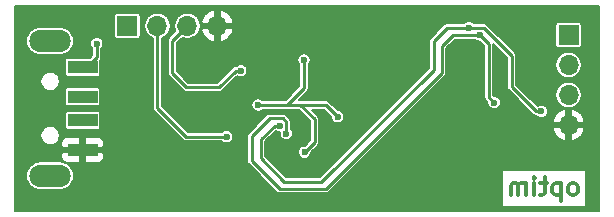
<source format=gbl>
G04 #@! TF.GenerationSoftware,KiCad,Pcbnew,(5.1.5)-3*
G04 #@! TF.CreationDate,2021-06-16T23:05:42+07:00*
G04 #@! TF.ProjectId,meteo_mini,6d657465-6f5f-46d6-996e-692e6b696361,rev?*
G04 #@! TF.SameCoordinates,Original*
G04 #@! TF.FileFunction,Copper,L2,Bot*
G04 #@! TF.FilePolarity,Positive*
%FSLAX46Y46*%
G04 Gerber Fmt 4.6, Leading zero omitted, Abs format (unit mm)*
G04 Created by KiCad (PCBNEW (5.1.5)-3) date 2021-06-16 23:05:42*
%MOMM*%
%LPD*%
G04 APERTURE LIST*
%ADD10C,0.300000*%
%ADD11O,1.700000X1.700000*%
%ADD12R,1.700000X1.700000*%
%ADD13R,2.500000X1.100000*%
%ADD14O,3.500000X1.900000*%
%ADD15C,0.600000*%
%ADD16C,0.254000*%
%ADD17C,0.508000*%
%ADD18C,0.127000*%
G04 APERTURE END LIST*
D10*
X128271428Y-48828571D02*
X128414285Y-48757142D01*
X128485714Y-48685714D01*
X128557142Y-48542857D01*
X128557142Y-48114285D01*
X128485714Y-47971428D01*
X128414285Y-47900000D01*
X128271428Y-47828571D01*
X128057142Y-47828571D01*
X127914285Y-47900000D01*
X127842857Y-47971428D01*
X127771428Y-48114285D01*
X127771428Y-48542857D01*
X127842857Y-48685714D01*
X127914285Y-48757142D01*
X128057142Y-48828571D01*
X128271428Y-48828571D01*
X127128571Y-47828571D02*
X127128571Y-49328571D01*
X127128571Y-47900000D02*
X126985714Y-47828571D01*
X126700000Y-47828571D01*
X126557142Y-47900000D01*
X126485714Y-47971428D01*
X126414285Y-48114285D01*
X126414285Y-48542857D01*
X126485714Y-48685714D01*
X126557142Y-48757142D01*
X126700000Y-48828571D01*
X126985714Y-48828571D01*
X127128571Y-48757142D01*
X125985714Y-47828571D02*
X125414285Y-47828571D01*
X125771428Y-47328571D02*
X125771428Y-48614285D01*
X125699999Y-48757142D01*
X125557142Y-48828571D01*
X125414285Y-48828571D01*
X124914285Y-48828571D02*
X124914285Y-47828571D01*
X124914285Y-47328571D02*
X124985714Y-47400000D01*
X124914285Y-47471428D01*
X124842857Y-47400000D01*
X124914285Y-47328571D01*
X124914285Y-47471428D01*
X124199999Y-48828571D02*
X124199999Y-47828571D01*
X124199999Y-47971428D02*
X124128571Y-47900000D01*
X123985714Y-47828571D01*
X123771428Y-47828571D01*
X123628571Y-47900000D01*
X123557142Y-48042857D01*
X123557142Y-48828571D01*
X123557142Y-48042857D02*
X123485714Y-47900000D01*
X123342857Y-47828571D01*
X123128571Y-47828571D01*
X122985714Y-47900000D01*
X122914285Y-48042857D01*
X122914285Y-48828571D01*
D11*
X127800000Y-42900000D03*
X127800000Y-40360000D03*
X127800000Y-37820000D03*
D12*
X127800000Y-35280000D03*
X90450000Y-34500000D03*
D11*
X92990000Y-34500000D03*
X95530000Y-34500000D03*
X98070000Y-34500000D03*
D13*
X86650000Y-40500000D03*
X86650000Y-42500000D03*
X86650000Y-38000000D03*
X86650000Y-45000000D03*
D14*
X83900000Y-35800000D03*
X83900000Y-47200000D03*
D15*
X122750000Y-33750000D03*
X93350000Y-45500000D03*
X111250000Y-41200000D03*
X105450000Y-45200000D03*
X105400000Y-37400000D03*
X108250000Y-42200000D03*
X101500000Y-41200000D03*
X121500000Y-41000000D03*
X103900000Y-43625000D03*
X120275000Y-35275000D03*
X125500000Y-41750000D03*
X103350000Y-42950000D03*
X119350000Y-34650000D03*
X98850000Y-43900000D03*
X100050000Y-38300000D03*
X87850000Y-36000000D03*
D16*
X101500000Y-41200000D02*
X104000000Y-41200000D01*
X104000000Y-41200000D02*
X105400000Y-39800000D01*
X105400000Y-39800000D02*
X105400000Y-37400000D01*
X104000000Y-41200000D02*
X105100000Y-41200000D01*
X105100000Y-41200000D02*
X106300000Y-42400000D01*
X106300000Y-44350000D02*
X105450000Y-45200000D01*
X106300000Y-42400000D02*
X106300000Y-44350000D01*
X107250000Y-41200000D02*
X108250000Y-42200000D01*
X105100000Y-41200000D02*
X107250000Y-41200000D01*
X117075000Y-38475000D02*
X117075000Y-36250000D01*
X107250000Y-48300000D02*
X117075000Y-38475000D01*
X118050000Y-35275000D02*
X120275000Y-35275000D01*
X103350000Y-48300000D02*
X107250000Y-48300000D01*
X100975000Y-45925000D02*
X103350000Y-48300000D01*
X103900000Y-42625000D02*
X103600000Y-42325000D01*
X117075000Y-36250000D02*
X118050000Y-35275000D01*
X103900000Y-43625000D02*
X103900000Y-42625000D01*
X100975000Y-43850000D02*
X100975000Y-45925000D01*
X102500000Y-42325000D02*
X100975000Y-43850000D01*
X103600000Y-42325000D02*
X102500000Y-42325000D01*
X120275000Y-35275000D02*
X120425000Y-35275000D01*
X121050000Y-40550000D02*
X121050000Y-36050000D01*
X120275000Y-35275000D02*
X121050000Y-36050000D01*
X121050000Y-40550000D02*
X121500000Y-41000000D01*
X119350000Y-34650000D02*
X117550000Y-34650000D01*
X117550000Y-34650000D02*
X116400000Y-35800000D01*
X116400000Y-35800000D02*
X116400000Y-38200000D01*
X116400000Y-38200000D02*
X116375000Y-38200000D01*
X120600000Y-34650000D02*
X119350000Y-34650000D01*
X122990000Y-37040000D02*
X120600000Y-34650000D01*
X122990000Y-39664264D02*
X122990000Y-37040000D01*
X125075736Y-41750000D02*
X122990000Y-39664264D01*
X125500000Y-41750000D02*
X125075736Y-41750000D01*
X106875000Y-47700000D02*
X116400000Y-38200000D01*
X102925736Y-42950000D02*
X101750000Y-44125736D01*
X103350000Y-42950000D02*
X102925736Y-42950000D01*
X101750000Y-44125736D02*
X101750000Y-45725000D01*
X101750000Y-45725000D02*
X103725000Y-47700000D01*
X103725000Y-47700000D02*
X106875000Y-47700000D01*
X92990000Y-41440000D02*
X92990000Y-34500000D01*
X98850000Y-43900000D02*
X95450000Y-43900000D01*
X95450000Y-43900000D02*
X92990000Y-41440000D01*
X94250000Y-35780000D02*
X95530000Y-34500000D01*
X99625736Y-38300000D02*
X98225736Y-39700000D01*
X100050000Y-38300000D02*
X99625736Y-38300000D01*
X98225736Y-39700000D02*
X95450000Y-39700000D01*
X95450000Y-39700000D02*
X94250000Y-38500000D01*
X94250000Y-38500000D02*
X94250000Y-35780000D01*
D17*
X85650000Y-38000000D02*
X87400000Y-38000000D01*
X87400000Y-38000000D02*
X87408000Y-38000000D01*
D16*
X86650000Y-38000000D02*
X87000000Y-38000000D01*
X87850000Y-37150000D02*
X87850000Y-36000000D01*
X87000000Y-38000000D02*
X87850000Y-37150000D01*
D18*
G36*
X130336501Y-50186500D02*
G01*
X80963500Y-50186500D01*
X80963500Y-47200000D01*
X81880629Y-47200000D01*
X81904059Y-47437887D01*
X81973448Y-47666633D01*
X82086130Y-47877446D01*
X82237774Y-48062226D01*
X82422554Y-48213870D01*
X82633367Y-48326552D01*
X82862113Y-48395941D01*
X83040391Y-48413500D01*
X84759609Y-48413500D01*
X84937887Y-48395941D01*
X85166633Y-48326552D01*
X85377446Y-48213870D01*
X85562226Y-48062226D01*
X85713870Y-47877446D01*
X85826552Y-47666633D01*
X85895941Y-47437887D01*
X85919371Y-47200000D01*
X85895941Y-46962113D01*
X85826552Y-46733367D01*
X85713870Y-46522554D01*
X85562226Y-46337774D01*
X85377446Y-46186130D01*
X85166633Y-46073448D01*
X84937887Y-46004059D01*
X84759609Y-45986500D01*
X83040391Y-45986500D01*
X82862113Y-46004059D01*
X82633367Y-46073448D01*
X82422554Y-46186130D01*
X82237774Y-46337774D01*
X82086130Y-46522554D01*
X81973448Y-46733367D01*
X81904059Y-46962113D01*
X81880629Y-47200000D01*
X80963500Y-47200000D01*
X80963500Y-45550000D01*
X84825735Y-45550000D01*
X84836769Y-45662034D01*
X84869448Y-45769762D01*
X84922516Y-45869045D01*
X84993933Y-45956067D01*
X85080955Y-46027484D01*
X85180238Y-46080552D01*
X85287966Y-46113231D01*
X85400000Y-46124265D01*
X86316625Y-46121500D01*
X86459500Y-45978625D01*
X86459500Y-45190500D01*
X86840500Y-45190500D01*
X86840500Y-45978625D01*
X86983375Y-46121500D01*
X87900000Y-46124265D01*
X88012034Y-46113231D01*
X88119762Y-46080552D01*
X88219045Y-46027484D01*
X88306067Y-45956067D01*
X88377484Y-45869045D01*
X88430552Y-45769762D01*
X88463231Y-45662034D01*
X88474265Y-45550000D01*
X88471500Y-45333375D01*
X88328625Y-45190500D01*
X86840500Y-45190500D01*
X86459500Y-45190500D01*
X84971375Y-45190500D01*
X84828500Y-45333375D01*
X84825735Y-45550000D01*
X80963500Y-45550000D01*
X80963500Y-43719877D01*
X83086500Y-43719877D01*
X83086500Y-43880123D01*
X83117763Y-44037289D01*
X83179086Y-44185337D01*
X83268113Y-44318576D01*
X83381424Y-44431887D01*
X83514663Y-44520914D01*
X83662711Y-44582237D01*
X83819877Y-44613500D01*
X83980123Y-44613500D01*
X84137289Y-44582237D01*
X84285337Y-44520914D01*
X84391467Y-44450000D01*
X84825735Y-44450000D01*
X84828500Y-44666625D01*
X84971375Y-44809500D01*
X86459500Y-44809500D01*
X86459500Y-44021375D01*
X86840500Y-44021375D01*
X86840500Y-44809500D01*
X88328625Y-44809500D01*
X88471500Y-44666625D01*
X88474265Y-44450000D01*
X88463231Y-44337966D01*
X88430552Y-44230238D01*
X88377484Y-44130955D01*
X88306067Y-44043933D01*
X88219045Y-43972516D01*
X88119762Y-43919448D01*
X88012034Y-43886769D01*
X87900000Y-43875735D01*
X86983375Y-43878500D01*
X86840500Y-44021375D01*
X86459500Y-44021375D01*
X86316625Y-43878500D01*
X85400000Y-43875735D01*
X85287966Y-43886769D01*
X85180238Y-43919448D01*
X85080955Y-43972516D01*
X84993933Y-44043933D01*
X84922516Y-44130955D01*
X84869448Y-44230238D01*
X84836769Y-44337966D01*
X84825735Y-44450000D01*
X84391467Y-44450000D01*
X84418576Y-44431887D01*
X84531887Y-44318576D01*
X84620914Y-44185337D01*
X84682237Y-44037289D01*
X84713500Y-43880123D01*
X84713500Y-43719877D01*
X84682237Y-43562711D01*
X84620914Y-43414663D01*
X84531887Y-43281424D01*
X84418576Y-43168113D01*
X84285337Y-43079086D01*
X84137289Y-43017763D01*
X83980123Y-42986500D01*
X83819877Y-42986500D01*
X83662711Y-43017763D01*
X83514663Y-43079086D01*
X83381424Y-43168113D01*
X83268113Y-43281424D01*
X83179086Y-43414663D01*
X83117763Y-43562711D01*
X83086500Y-43719877D01*
X80963500Y-43719877D01*
X80963500Y-41950000D01*
X85135226Y-41950000D01*
X85135226Y-43050000D01*
X85140314Y-43101655D01*
X85155381Y-43151325D01*
X85179848Y-43197101D01*
X85212777Y-43237223D01*
X85252899Y-43270152D01*
X85298675Y-43294619D01*
X85348345Y-43309686D01*
X85400000Y-43314774D01*
X87900000Y-43314774D01*
X87951655Y-43309686D01*
X88001325Y-43294619D01*
X88047101Y-43270152D01*
X88087223Y-43237223D01*
X88120152Y-43197101D01*
X88144619Y-43151325D01*
X88159686Y-43101655D01*
X88164774Y-43050000D01*
X88164774Y-41950000D01*
X88159686Y-41898345D01*
X88144619Y-41848675D01*
X88120152Y-41802899D01*
X88087223Y-41762777D01*
X88047101Y-41729848D01*
X88001325Y-41705381D01*
X87951655Y-41690314D01*
X87900000Y-41685226D01*
X85400000Y-41685226D01*
X85348345Y-41690314D01*
X85298675Y-41705381D01*
X85252899Y-41729848D01*
X85212777Y-41762777D01*
X85179848Y-41802899D01*
X85155381Y-41848675D01*
X85140314Y-41898345D01*
X85135226Y-41950000D01*
X80963500Y-41950000D01*
X80963500Y-39119877D01*
X83086500Y-39119877D01*
X83086500Y-39280123D01*
X83117763Y-39437289D01*
X83179086Y-39585337D01*
X83268113Y-39718576D01*
X83381424Y-39831887D01*
X83514663Y-39920914D01*
X83662711Y-39982237D01*
X83819877Y-40013500D01*
X83980123Y-40013500D01*
X84137289Y-39982237D01*
X84215116Y-39950000D01*
X85135226Y-39950000D01*
X85135226Y-41050000D01*
X85140314Y-41101655D01*
X85155381Y-41151325D01*
X85179848Y-41197101D01*
X85212777Y-41237223D01*
X85252899Y-41270152D01*
X85298675Y-41294619D01*
X85348345Y-41309686D01*
X85400000Y-41314774D01*
X87900000Y-41314774D01*
X87951655Y-41309686D01*
X88001325Y-41294619D01*
X88047101Y-41270152D01*
X88087223Y-41237223D01*
X88120152Y-41197101D01*
X88144619Y-41151325D01*
X88159686Y-41101655D01*
X88164774Y-41050000D01*
X88164774Y-39950000D01*
X88159686Y-39898345D01*
X88144619Y-39848675D01*
X88120152Y-39802899D01*
X88087223Y-39762777D01*
X88047101Y-39729848D01*
X88001325Y-39705381D01*
X87951655Y-39690314D01*
X87900000Y-39685226D01*
X85400000Y-39685226D01*
X85348345Y-39690314D01*
X85298675Y-39705381D01*
X85252899Y-39729848D01*
X85212777Y-39762777D01*
X85179848Y-39802899D01*
X85155381Y-39848675D01*
X85140314Y-39898345D01*
X85135226Y-39950000D01*
X84215116Y-39950000D01*
X84285337Y-39920914D01*
X84418576Y-39831887D01*
X84531887Y-39718576D01*
X84620914Y-39585337D01*
X84682237Y-39437289D01*
X84713500Y-39280123D01*
X84713500Y-39119877D01*
X84682237Y-38962711D01*
X84620914Y-38814663D01*
X84531887Y-38681424D01*
X84418576Y-38568113D01*
X84285337Y-38479086D01*
X84137289Y-38417763D01*
X83980123Y-38386500D01*
X83819877Y-38386500D01*
X83662711Y-38417763D01*
X83514663Y-38479086D01*
X83381424Y-38568113D01*
X83268113Y-38681424D01*
X83179086Y-38814663D01*
X83117763Y-38962711D01*
X83086500Y-39119877D01*
X80963500Y-39119877D01*
X80963500Y-38000000D01*
X85129997Y-38000000D01*
X85135226Y-38053090D01*
X85135226Y-38550000D01*
X85140314Y-38601655D01*
X85155381Y-38651325D01*
X85179848Y-38697101D01*
X85212777Y-38737223D01*
X85252899Y-38770152D01*
X85298675Y-38794619D01*
X85348345Y-38809686D01*
X85400000Y-38814774D01*
X87900000Y-38814774D01*
X87951655Y-38809686D01*
X88001325Y-38794619D01*
X88047101Y-38770152D01*
X88087223Y-38737223D01*
X88120152Y-38697101D01*
X88144619Y-38651325D01*
X88159686Y-38601655D01*
X88164774Y-38550000D01*
X88164774Y-37450000D01*
X88159686Y-37398345D01*
X88157438Y-37390934D01*
X88176260Y-37368000D01*
X88212520Y-37300161D01*
X88214826Y-37292560D01*
X88234850Y-37226552D01*
X88242389Y-37150000D01*
X88240500Y-37130819D01*
X88240500Y-36406410D01*
X88287699Y-36359211D01*
X88349368Y-36266918D01*
X88391845Y-36164367D01*
X88413500Y-36055500D01*
X88413500Y-35944500D01*
X88391845Y-35835633D01*
X88349368Y-35733082D01*
X88287699Y-35640789D01*
X88209211Y-35562301D01*
X88116918Y-35500632D01*
X88014367Y-35458155D01*
X87905500Y-35436500D01*
X87794500Y-35436500D01*
X87685633Y-35458155D01*
X87583082Y-35500632D01*
X87490789Y-35562301D01*
X87412301Y-35640789D01*
X87350632Y-35733082D01*
X87308155Y-35835633D01*
X87286500Y-35944500D01*
X87286500Y-36055500D01*
X87308155Y-36164367D01*
X87350632Y-36266918D01*
X87412301Y-36359211D01*
X87459501Y-36406411D01*
X87459500Y-36988250D01*
X87262524Y-37185226D01*
X85400000Y-37185226D01*
X85348345Y-37190314D01*
X85298675Y-37205381D01*
X85252899Y-37229848D01*
X85212777Y-37262777D01*
X85179848Y-37302899D01*
X85155381Y-37348675D01*
X85140314Y-37398345D01*
X85135226Y-37450000D01*
X85135226Y-37946910D01*
X85129997Y-38000000D01*
X80963500Y-38000000D01*
X80963500Y-35800000D01*
X81880629Y-35800000D01*
X81904059Y-36037887D01*
X81973448Y-36266633D01*
X82086130Y-36477446D01*
X82237774Y-36662226D01*
X82422554Y-36813870D01*
X82633367Y-36926552D01*
X82862113Y-36995941D01*
X83040391Y-37013500D01*
X84759609Y-37013500D01*
X84937887Y-36995941D01*
X85166633Y-36926552D01*
X85377446Y-36813870D01*
X85562226Y-36662226D01*
X85713870Y-36477446D01*
X85826552Y-36266633D01*
X85895941Y-36037887D01*
X85919371Y-35800000D01*
X85895941Y-35562113D01*
X85826552Y-35333367D01*
X85713870Y-35122554D01*
X85562226Y-34937774D01*
X85377446Y-34786130D01*
X85166633Y-34673448D01*
X84937887Y-34604059D01*
X84759609Y-34586500D01*
X83040391Y-34586500D01*
X82862113Y-34604059D01*
X82633367Y-34673448D01*
X82422554Y-34786130D01*
X82237774Y-34937774D01*
X82086130Y-35122554D01*
X81973448Y-35333367D01*
X81904059Y-35562113D01*
X81880629Y-35800000D01*
X80963500Y-35800000D01*
X80963500Y-33650000D01*
X89335226Y-33650000D01*
X89335226Y-35350000D01*
X89340314Y-35401655D01*
X89355381Y-35451325D01*
X89379848Y-35497101D01*
X89412777Y-35537223D01*
X89452899Y-35570152D01*
X89498675Y-35594619D01*
X89548345Y-35609686D01*
X89600000Y-35614774D01*
X91300000Y-35614774D01*
X91351655Y-35609686D01*
X91401325Y-35594619D01*
X91447101Y-35570152D01*
X91487223Y-35537223D01*
X91520152Y-35497101D01*
X91544619Y-35451325D01*
X91559686Y-35401655D01*
X91564774Y-35350000D01*
X91564774Y-34390330D01*
X91876500Y-34390330D01*
X91876500Y-34609670D01*
X91919291Y-34824796D01*
X92003229Y-35027440D01*
X92125088Y-35209815D01*
X92280185Y-35364912D01*
X92462560Y-35486771D01*
X92599501Y-35543494D01*
X92599500Y-41420822D01*
X92597611Y-41440000D01*
X92605151Y-41516551D01*
X92611797Y-41538459D01*
X92627480Y-41590160D01*
X92663740Y-41657999D01*
X92712539Y-41717461D01*
X92727440Y-41729690D01*
X95160310Y-44162560D01*
X95172539Y-44177461D01*
X95232000Y-44226260D01*
X95299839Y-44262520D01*
X95356316Y-44279652D01*
X95373448Y-44284849D01*
X95381363Y-44285629D01*
X95430822Y-44290500D01*
X95430828Y-44290500D01*
X95449999Y-44292388D01*
X95469170Y-44290500D01*
X98443590Y-44290500D01*
X98490789Y-44337699D01*
X98583082Y-44399368D01*
X98685633Y-44441845D01*
X98794500Y-44463500D01*
X98905500Y-44463500D01*
X99014367Y-44441845D01*
X99116918Y-44399368D01*
X99209211Y-44337699D01*
X99287699Y-44259211D01*
X99349368Y-44166918D01*
X99391845Y-44064367D01*
X99413500Y-43955500D01*
X99413500Y-43850000D01*
X100582611Y-43850000D01*
X100584500Y-43869179D01*
X100584501Y-45905812D01*
X100582611Y-45925000D01*
X100590151Y-46001551D01*
X100612480Y-46075160D01*
X100612481Y-46075161D01*
X100648741Y-46143000D01*
X100697540Y-46202461D01*
X100712436Y-46214686D01*
X103060310Y-48562560D01*
X103072539Y-48577461D01*
X103132000Y-48626260D01*
X103199839Y-48662520D01*
X103273448Y-48684849D01*
X103281363Y-48685629D01*
X103330822Y-48690500D01*
X103330828Y-48690500D01*
X103349999Y-48692388D01*
X103369170Y-48690500D01*
X107230822Y-48690500D01*
X107250000Y-48692389D01*
X107269178Y-48690500D01*
X107326551Y-48684849D01*
X107400161Y-48662520D01*
X107468000Y-48626260D01*
X107527461Y-48577461D01*
X107539690Y-48562560D01*
X109370750Y-46731500D01*
X122143643Y-46731500D01*
X122143643Y-49808500D01*
X129256357Y-49808500D01*
X129256357Y-46731500D01*
X122143643Y-46731500D01*
X109370750Y-46731500D01*
X112793730Y-43308520D01*
X126438467Y-43308520D01*
X126440957Y-43316759D01*
X126548376Y-43573887D01*
X126703894Y-43805118D01*
X126901535Y-44001566D01*
X127133704Y-44155681D01*
X127391478Y-44261541D01*
X127609500Y-44165810D01*
X127609500Y-43090500D01*
X127990500Y-43090500D01*
X127990500Y-44165810D01*
X128208522Y-44261541D01*
X128466296Y-44155681D01*
X128698465Y-44001566D01*
X128896106Y-43805118D01*
X129051624Y-43573887D01*
X129159043Y-43316759D01*
X129161533Y-43308520D01*
X129064354Y-43090500D01*
X127990500Y-43090500D01*
X127609500Y-43090500D01*
X126535646Y-43090500D01*
X126438467Y-43308520D01*
X112793730Y-43308520D01*
X113610770Y-42491480D01*
X126438467Y-42491480D01*
X126535646Y-42709500D01*
X127609500Y-42709500D01*
X127609500Y-41634190D01*
X127990500Y-41634190D01*
X127990500Y-42709500D01*
X129064354Y-42709500D01*
X129161533Y-42491480D01*
X129159043Y-42483241D01*
X129051624Y-42226113D01*
X128896106Y-41994882D01*
X128698465Y-41798434D01*
X128466296Y-41644319D01*
X128208522Y-41538459D01*
X127990500Y-41634190D01*
X127609500Y-41634190D01*
X127391478Y-41538459D01*
X127133704Y-41644319D01*
X126901535Y-41798434D01*
X126703894Y-41994882D01*
X126548376Y-42226113D01*
X126440957Y-42483241D01*
X126438467Y-42491480D01*
X113610770Y-42491480D01*
X117337561Y-38764689D01*
X117352461Y-38752461D01*
X117401260Y-38693000D01*
X117437520Y-38625161D01*
X117449748Y-38584849D01*
X117459849Y-38551552D01*
X117462340Y-38526260D01*
X117465500Y-38494178D01*
X117465500Y-38494172D01*
X117467388Y-38475001D01*
X117465500Y-38455830D01*
X117465500Y-36411750D01*
X118211750Y-35665500D01*
X119868590Y-35665500D01*
X119915789Y-35712699D01*
X120008082Y-35774368D01*
X120110633Y-35816845D01*
X120219500Y-35838500D01*
X120286250Y-35838500D01*
X120659501Y-36211751D01*
X120659500Y-40530822D01*
X120657611Y-40550000D01*
X120659500Y-40569177D01*
X120665151Y-40626550D01*
X120687480Y-40700160D01*
X120723740Y-40767999D01*
X120772539Y-40827461D01*
X120787440Y-40839690D01*
X120936500Y-40988750D01*
X120936500Y-41055500D01*
X120958155Y-41164367D01*
X121000632Y-41266918D01*
X121062301Y-41359211D01*
X121140789Y-41437699D01*
X121233082Y-41499368D01*
X121335633Y-41541845D01*
X121444500Y-41563500D01*
X121555500Y-41563500D01*
X121664367Y-41541845D01*
X121766918Y-41499368D01*
X121859211Y-41437699D01*
X121937699Y-41359211D01*
X121999368Y-41266918D01*
X122041845Y-41164367D01*
X122063500Y-41055500D01*
X122063500Y-40944500D01*
X122041845Y-40835633D01*
X121999368Y-40733082D01*
X121937699Y-40640789D01*
X121859211Y-40562301D01*
X121766918Y-40500632D01*
X121664367Y-40458155D01*
X121555500Y-40436500D01*
X121488750Y-40436500D01*
X121440500Y-40388250D01*
X121440500Y-36069181D01*
X121442389Y-36050000D01*
X121441803Y-36044053D01*
X122599501Y-37201751D01*
X122599500Y-39645085D01*
X122597611Y-39664264D01*
X122605151Y-39740815D01*
X122623105Y-39800000D01*
X122627480Y-39814424D01*
X122663740Y-39882263D01*
X122712539Y-39941725D01*
X122727440Y-39953954D01*
X124786046Y-42012560D01*
X124798275Y-42027461D01*
X124857736Y-42076260D01*
X124925575Y-42112520D01*
X124999184Y-42134849D01*
X125075735Y-42142389D01*
X125093709Y-42140619D01*
X125140789Y-42187699D01*
X125233082Y-42249368D01*
X125335633Y-42291845D01*
X125444500Y-42313500D01*
X125555500Y-42313500D01*
X125664367Y-42291845D01*
X125766918Y-42249368D01*
X125859211Y-42187699D01*
X125937699Y-42109211D01*
X125999368Y-42016918D01*
X126041845Y-41914367D01*
X126063500Y-41805500D01*
X126063500Y-41694500D01*
X126041845Y-41585633D01*
X125999368Y-41483082D01*
X125937699Y-41390789D01*
X125859211Y-41312301D01*
X125766918Y-41250632D01*
X125664367Y-41208155D01*
X125555500Y-41186500D01*
X125444500Y-41186500D01*
X125335633Y-41208155D01*
X125233082Y-41250632D01*
X125170461Y-41292475D01*
X124128316Y-40250330D01*
X126686500Y-40250330D01*
X126686500Y-40469670D01*
X126729291Y-40684796D01*
X126813229Y-40887440D01*
X126935088Y-41069815D01*
X127090185Y-41224912D01*
X127272560Y-41346771D01*
X127475204Y-41430709D01*
X127690330Y-41473500D01*
X127909670Y-41473500D01*
X128124796Y-41430709D01*
X128327440Y-41346771D01*
X128509815Y-41224912D01*
X128664912Y-41069815D01*
X128786771Y-40887440D01*
X128870709Y-40684796D01*
X128913500Y-40469670D01*
X128913500Y-40250330D01*
X128870709Y-40035204D01*
X128786771Y-39832560D01*
X128664912Y-39650185D01*
X128509815Y-39495088D01*
X128327440Y-39373229D01*
X128124796Y-39289291D01*
X127909670Y-39246500D01*
X127690330Y-39246500D01*
X127475204Y-39289291D01*
X127272560Y-39373229D01*
X127090185Y-39495088D01*
X126935088Y-39650185D01*
X126813229Y-39832560D01*
X126729291Y-40035204D01*
X126686500Y-40250330D01*
X124128316Y-40250330D01*
X123380500Y-39502514D01*
X123380500Y-37710330D01*
X126686500Y-37710330D01*
X126686500Y-37929670D01*
X126729291Y-38144796D01*
X126813229Y-38347440D01*
X126935088Y-38529815D01*
X127090185Y-38684912D01*
X127272560Y-38806771D01*
X127475204Y-38890709D01*
X127690330Y-38933500D01*
X127909670Y-38933500D01*
X128124796Y-38890709D01*
X128327440Y-38806771D01*
X128509815Y-38684912D01*
X128664912Y-38529815D01*
X128786771Y-38347440D01*
X128870709Y-38144796D01*
X128913500Y-37929670D01*
X128913500Y-37710330D01*
X128870709Y-37495204D01*
X128786771Y-37292560D01*
X128664912Y-37110185D01*
X128509815Y-36955088D01*
X128327440Y-36833229D01*
X128124796Y-36749291D01*
X127909670Y-36706500D01*
X127690330Y-36706500D01*
X127475204Y-36749291D01*
X127272560Y-36833229D01*
X127090185Y-36955088D01*
X126935088Y-37110185D01*
X126813229Y-37292560D01*
X126729291Y-37495204D01*
X126686500Y-37710330D01*
X123380500Y-37710330D01*
X123380500Y-37059170D01*
X123382388Y-37039999D01*
X123380500Y-37020828D01*
X123380500Y-37020822D01*
X123374849Y-36963449D01*
X123352520Y-36889839D01*
X123316260Y-36822000D01*
X123267461Y-36762539D01*
X123252560Y-36750310D01*
X120932250Y-34430000D01*
X126685226Y-34430000D01*
X126685226Y-36130000D01*
X126690314Y-36181655D01*
X126705381Y-36231325D01*
X126729848Y-36277101D01*
X126762777Y-36317223D01*
X126802899Y-36350152D01*
X126848675Y-36374619D01*
X126898345Y-36389686D01*
X126950000Y-36394774D01*
X128650000Y-36394774D01*
X128701655Y-36389686D01*
X128751325Y-36374619D01*
X128797101Y-36350152D01*
X128837223Y-36317223D01*
X128870152Y-36277101D01*
X128894619Y-36231325D01*
X128909686Y-36181655D01*
X128914774Y-36130000D01*
X128914774Y-34430000D01*
X128909686Y-34378345D01*
X128894619Y-34328675D01*
X128870152Y-34282899D01*
X128837223Y-34242777D01*
X128797101Y-34209848D01*
X128751325Y-34185381D01*
X128701655Y-34170314D01*
X128650000Y-34165226D01*
X126950000Y-34165226D01*
X126898345Y-34170314D01*
X126848675Y-34185381D01*
X126802899Y-34209848D01*
X126762777Y-34242777D01*
X126729848Y-34282899D01*
X126705381Y-34328675D01*
X126690314Y-34378345D01*
X126685226Y-34430000D01*
X120932250Y-34430000D01*
X120889690Y-34387440D01*
X120877461Y-34372539D01*
X120818000Y-34323740D01*
X120750161Y-34287480D01*
X120676551Y-34265151D01*
X120619178Y-34259500D01*
X120600000Y-34257611D01*
X120580822Y-34259500D01*
X119756410Y-34259500D01*
X119709211Y-34212301D01*
X119616918Y-34150632D01*
X119514367Y-34108155D01*
X119405500Y-34086500D01*
X119294500Y-34086500D01*
X119185633Y-34108155D01*
X119083082Y-34150632D01*
X118990789Y-34212301D01*
X118943590Y-34259500D01*
X117569181Y-34259500D01*
X117550000Y-34257611D01*
X117473448Y-34265150D01*
X117399839Y-34287480D01*
X117332000Y-34323740D01*
X117272539Y-34372539D01*
X117260314Y-34387435D01*
X116137440Y-35510310D01*
X116122539Y-35522539D01*
X116073740Y-35582001D01*
X116044065Y-35637520D01*
X116037480Y-35649840D01*
X116015151Y-35723449D01*
X116007611Y-35800000D01*
X116009500Y-35819179D01*
X116009501Y-38037948D01*
X106713552Y-47309500D01*
X103886751Y-47309500D01*
X102140500Y-45563250D01*
X102140500Y-44287486D01*
X103020461Y-43407526D01*
X103083082Y-43449368D01*
X103185633Y-43491845D01*
X103294500Y-43513500D01*
X103347639Y-43513500D01*
X103336500Y-43569500D01*
X103336500Y-43680500D01*
X103358155Y-43789367D01*
X103400632Y-43891918D01*
X103462301Y-43984211D01*
X103540789Y-44062699D01*
X103633082Y-44124368D01*
X103735633Y-44166845D01*
X103844500Y-44188500D01*
X103955500Y-44188500D01*
X104064367Y-44166845D01*
X104166918Y-44124368D01*
X104259211Y-44062699D01*
X104337699Y-43984211D01*
X104399368Y-43891918D01*
X104441845Y-43789367D01*
X104463500Y-43680500D01*
X104463500Y-43569500D01*
X104441845Y-43460633D01*
X104399368Y-43358082D01*
X104337699Y-43265789D01*
X104290500Y-43218590D01*
X104290500Y-42644178D01*
X104292389Y-42624999D01*
X104284849Y-42548448D01*
X104262520Y-42474839D01*
X104249581Y-42450632D01*
X104226260Y-42407000D01*
X104177461Y-42347539D01*
X104162565Y-42335314D01*
X103889690Y-42062440D01*
X103877461Y-42047539D01*
X103818000Y-41998740D01*
X103750161Y-41962480D01*
X103676551Y-41940151D01*
X103676541Y-41940150D01*
X103600000Y-41932611D01*
X103580822Y-41934500D01*
X102519181Y-41934500D01*
X102500000Y-41932611D01*
X102423448Y-41940150D01*
X102349839Y-41962480D01*
X102282000Y-41998740D01*
X102222539Y-42047539D01*
X102210314Y-42062435D01*
X100712440Y-43560310D01*
X100697539Y-43572539D01*
X100648740Y-43632001D01*
X100612481Y-43699839D01*
X100612480Y-43699840D01*
X100590151Y-43773449D01*
X100582611Y-43850000D01*
X99413500Y-43850000D01*
X99413500Y-43844500D01*
X99391845Y-43735633D01*
X99349368Y-43633082D01*
X99287699Y-43540789D01*
X99209211Y-43462301D01*
X99116918Y-43400632D01*
X99014367Y-43358155D01*
X98905500Y-43336500D01*
X98794500Y-43336500D01*
X98685633Y-43358155D01*
X98583082Y-43400632D01*
X98490789Y-43462301D01*
X98443590Y-43509500D01*
X95611750Y-43509500D01*
X93380500Y-41278250D01*
X93380500Y-41144500D01*
X100936500Y-41144500D01*
X100936500Y-41255500D01*
X100958155Y-41364367D01*
X101000632Y-41466918D01*
X101062301Y-41559211D01*
X101140789Y-41637699D01*
X101233082Y-41699368D01*
X101335633Y-41741845D01*
X101444500Y-41763500D01*
X101555500Y-41763500D01*
X101664367Y-41741845D01*
X101766918Y-41699368D01*
X101859211Y-41637699D01*
X101906410Y-41590500D01*
X103980822Y-41590500D01*
X104000000Y-41592389D01*
X104019178Y-41590500D01*
X104938250Y-41590500D01*
X105909500Y-42561750D01*
X105909501Y-44188249D01*
X105461250Y-44636500D01*
X105394500Y-44636500D01*
X105285633Y-44658155D01*
X105183082Y-44700632D01*
X105090789Y-44762301D01*
X105012301Y-44840789D01*
X104950632Y-44933082D01*
X104908155Y-45035633D01*
X104886500Y-45144500D01*
X104886500Y-45255500D01*
X104908155Y-45364367D01*
X104950632Y-45466918D01*
X105012301Y-45559211D01*
X105090789Y-45637699D01*
X105183082Y-45699368D01*
X105285633Y-45741845D01*
X105394500Y-45763500D01*
X105505500Y-45763500D01*
X105614367Y-45741845D01*
X105716918Y-45699368D01*
X105809211Y-45637699D01*
X105887699Y-45559211D01*
X105949368Y-45466918D01*
X105991845Y-45364367D01*
X106013500Y-45255500D01*
X106013500Y-45188750D01*
X106562560Y-44639690D01*
X106577461Y-44627461D01*
X106626260Y-44568000D01*
X106662520Y-44500161D01*
X106673641Y-44463500D01*
X106684850Y-44426552D01*
X106692389Y-44350000D01*
X106690500Y-44330819D01*
X106690500Y-42419170D01*
X106692388Y-42399999D01*
X106690500Y-42380828D01*
X106690500Y-42380822D01*
X106684849Y-42323449D01*
X106662520Y-42249839D01*
X106626260Y-42182000D01*
X106577461Y-42122539D01*
X106562561Y-42110311D01*
X106042750Y-41590500D01*
X107088250Y-41590500D01*
X107686500Y-42188750D01*
X107686500Y-42255500D01*
X107708155Y-42364367D01*
X107750632Y-42466918D01*
X107812301Y-42559211D01*
X107890789Y-42637699D01*
X107983082Y-42699368D01*
X108085633Y-42741845D01*
X108194500Y-42763500D01*
X108305500Y-42763500D01*
X108414367Y-42741845D01*
X108516918Y-42699368D01*
X108609211Y-42637699D01*
X108687699Y-42559211D01*
X108749368Y-42466918D01*
X108791845Y-42364367D01*
X108813500Y-42255500D01*
X108813500Y-42144500D01*
X108791845Y-42035633D01*
X108749368Y-41933082D01*
X108687699Y-41840789D01*
X108609211Y-41762301D01*
X108516918Y-41700632D01*
X108414367Y-41658155D01*
X108305500Y-41636500D01*
X108238750Y-41636500D01*
X107539690Y-40937440D01*
X107527461Y-40922539D01*
X107468000Y-40873740D01*
X107400161Y-40837480D01*
X107326551Y-40815151D01*
X107269178Y-40809500D01*
X107250000Y-40807611D01*
X107230822Y-40809500D01*
X105119178Y-40809500D01*
X105100000Y-40807611D01*
X105080822Y-40809500D01*
X104942750Y-40809500D01*
X105662566Y-40089685D01*
X105677461Y-40077461D01*
X105726260Y-40018000D01*
X105762520Y-39950161D01*
X105783116Y-39882264D01*
X105784849Y-39876552D01*
X105792389Y-39800000D01*
X105790500Y-39780822D01*
X105790500Y-37806410D01*
X105837699Y-37759211D01*
X105899368Y-37666918D01*
X105941845Y-37564367D01*
X105963500Y-37455500D01*
X105963500Y-37344500D01*
X105941845Y-37235633D01*
X105899368Y-37133082D01*
X105837699Y-37040789D01*
X105759211Y-36962301D01*
X105666918Y-36900632D01*
X105564367Y-36858155D01*
X105455500Y-36836500D01*
X105344500Y-36836500D01*
X105235633Y-36858155D01*
X105133082Y-36900632D01*
X105040789Y-36962301D01*
X104962301Y-37040789D01*
X104900632Y-37133082D01*
X104858155Y-37235633D01*
X104836500Y-37344500D01*
X104836500Y-37455500D01*
X104858155Y-37564367D01*
X104900632Y-37666918D01*
X104962301Y-37759211D01*
X105009501Y-37806411D01*
X105009500Y-39638249D01*
X103838250Y-40809500D01*
X101906410Y-40809500D01*
X101859211Y-40762301D01*
X101766918Y-40700632D01*
X101664367Y-40658155D01*
X101555500Y-40636500D01*
X101444500Y-40636500D01*
X101335633Y-40658155D01*
X101233082Y-40700632D01*
X101140789Y-40762301D01*
X101062301Y-40840789D01*
X101000632Y-40933082D01*
X100958155Y-41035633D01*
X100936500Y-41144500D01*
X93380500Y-41144500D01*
X93380500Y-35780000D01*
X93857611Y-35780000D01*
X93859501Y-35799188D01*
X93859500Y-38480821D01*
X93857611Y-38500000D01*
X93865151Y-38576551D01*
X93872766Y-38601655D01*
X93887480Y-38650160D01*
X93923740Y-38717999D01*
X93972539Y-38777461D01*
X93987440Y-38789690D01*
X95160310Y-39962560D01*
X95172539Y-39977461D01*
X95232000Y-40026260D01*
X95299839Y-40062520D01*
X95373448Y-40084849D01*
X95381363Y-40085629D01*
X95430822Y-40090500D01*
X95430828Y-40090500D01*
X95449999Y-40092388D01*
X95469170Y-40090500D01*
X98206558Y-40090500D01*
X98225736Y-40092389D01*
X98244914Y-40090500D01*
X98302287Y-40084849D01*
X98375897Y-40062520D01*
X98443736Y-40026260D01*
X98503197Y-39977461D01*
X98515426Y-39962560D01*
X99720461Y-38757526D01*
X99783082Y-38799368D01*
X99885633Y-38841845D01*
X99994500Y-38863500D01*
X100105500Y-38863500D01*
X100214367Y-38841845D01*
X100316918Y-38799368D01*
X100409211Y-38737699D01*
X100487699Y-38659211D01*
X100549368Y-38566918D01*
X100591845Y-38464367D01*
X100613500Y-38355500D01*
X100613500Y-38244500D01*
X100591845Y-38135633D01*
X100549368Y-38033082D01*
X100487699Y-37940789D01*
X100409211Y-37862301D01*
X100316918Y-37800632D01*
X100214367Y-37758155D01*
X100105500Y-37736500D01*
X99994500Y-37736500D01*
X99885633Y-37758155D01*
X99783082Y-37800632D01*
X99690789Y-37862301D01*
X99643709Y-37909381D01*
X99625736Y-37907611D01*
X99549184Y-37915151D01*
X99475575Y-37937480D01*
X99407736Y-37973740D01*
X99348275Y-38022539D01*
X99336050Y-38037435D01*
X98063986Y-39309500D01*
X95611750Y-39309500D01*
X94640500Y-38338250D01*
X94640500Y-35941750D01*
X95068264Y-35513986D01*
X95205204Y-35570709D01*
X95420330Y-35613500D01*
X95639670Y-35613500D01*
X95854796Y-35570709D01*
X96057440Y-35486771D01*
X96239815Y-35364912D01*
X96394912Y-35209815D01*
X96516771Y-35027440D01*
X96566028Y-34908522D01*
X96708459Y-34908522D01*
X96814319Y-35166296D01*
X96968434Y-35398465D01*
X97164882Y-35596106D01*
X97396113Y-35751624D01*
X97653241Y-35859043D01*
X97661480Y-35861533D01*
X97879500Y-35764354D01*
X97879500Y-34690500D01*
X98260500Y-34690500D01*
X98260500Y-35764354D01*
X98478520Y-35861533D01*
X98486759Y-35859043D01*
X98743887Y-35751624D01*
X98975118Y-35596106D01*
X99171566Y-35398465D01*
X99325681Y-35166296D01*
X99431541Y-34908522D01*
X99335810Y-34690500D01*
X98260500Y-34690500D01*
X97879500Y-34690500D01*
X96804190Y-34690500D01*
X96708459Y-34908522D01*
X96566028Y-34908522D01*
X96600709Y-34824796D01*
X96643500Y-34609670D01*
X96643500Y-34390330D01*
X96600709Y-34175204D01*
X96566029Y-34091478D01*
X96708459Y-34091478D01*
X96804190Y-34309500D01*
X97879500Y-34309500D01*
X97879500Y-33235646D01*
X98260500Y-33235646D01*
X98260500Y-34309500D01*
X99335810Y-34309500D01*
X99431541Y-34091478D01*
X99325681Y-33833704D01*
X99171566Y-33601535D01*
X98975118Y-33403894D01*
X98743887Y-33248376D01*
X98486759Y-33140957D01*
X98478520Y-33138467D01*
X98260500Y-33235646D01*
X97879500Y-33235646D01*
X97661480Y-33138467D01*
X97653241Y-33140957D01*
X97396113Y-33248376D01*
X97164882Y-33403894D01*
X96968434Y-33601535D01*
X96814319Y-33833704D01*
X96708459Y-34091478D01*
X96566029Y-34091478D01*
X96516771Y-33972560D01*
X96394912Y-33790185D01*
X96239815Y-33635088D01*
X96057440Y-33513229D01*
X95854796Y-33429291D01*
X95639670Y-33386500D01*
X95420330Y-33386500D01*
X95205204Y-33429291D01*
X95002560Y-33513229D01*
X94820185Y-33635088D01*
X94665088Y-33790185D01*
X94543229Y-33972560D01*
X94459291Y-34175204D01*
X94416500Y-34390330D01*
X94416500Y-34609670D01*
X94459291Y-34824796D01*
X94516014Y-34961736D01*
X93987436Y-35490314D01*
X93972540Y-35502539D01*
X93923741Y-35562000D01*
X93906306Y-35594619D01*
X93887480Y-35629840D01*
X93865151Y-35703449D01*
X93857611Y-35780000D01*
X93380500Y-35780000D01*
X93380500Y-35543493D01*
X93517440Y-35486771D01*
X93699815Y-35364912D01*
X93854912Y-35209815D01*
X93976771Y-35027440D01*
X94060709Y-34824796D01*
X94103500Y-34609670D01*
X94103500Y-34390330D01*
X94060709Y-34175204D01*
X93976771Y-33972560D01*
X93854912Y-33790185D01*
X93699815Y-33635088D01*
X93517440Y-33513229D01*
X93314796Y-33429291D01*
X93099670Y-33386500D01*
X92880330Y-33386500D01*
X92665204Y-33429291D01*
X92462560Y-33513229D01*
X92280185Y-33635088D01*
X92125088Y-33790185D01*
X92003229Y-33972560D01*
X91919291Y-34175204D01*
X91876500Y-34390330D01*
X91564774Y-34390330D01*
X91564774Y-33650000D01*
X91559686Y-33598345D01*
X91544619Y-33548675D01*
X91520152Y-33502899D01*
X91487223Y-33462777D01*
X91447101Y-33429848D01*
X91401325Y-33405381D01*
X91351655Y-33390314D01*
X91300000Y-33385226D01*
X89600000Y-33385226D01*
X89548345Y-33390314D01*
X89498675Y-33405381D01*
X89452899Y-33429848D01*
X89412777Y-33462777D01*
X89379848Y-33502899D01*
X89355381Y-33548675D01*
X89340314Y-33598345D01*
X89335226Y-33650000D01*
X80963500Y-33650000D01*
X80963500Y-32813500D01*
X130336500Y-32813500D01*
X130336501Y-50186500D01*
G37*
X130336501Y-50186500D02*
X80963500Y-50186500D01*
X80963500Y-47200000D01*
X81880629Y-47200000D01*
X81904059Y-47437887D01*
X81973448Y-47666633D01*
X82086130Y-47877446D01*
X82237774Y-48062226D01*
X82422554Y-48213870D01*
X82633367Y-48326552D01*
X82862113Y-48395941D01*
X83040391Y-48413500D01*
X84759609Y-48413500D01*
X84937887Y-48395941D01*
X85166633Y-48326552D01*
X85377446Y-48213870D01*
X85562226Y-48062226D01*
X85713870Y-47877446D01*
X85826552Y-47666633D01*
X85895941Y-47437887D01*
X85919371Y-47200000D01*
X85895941Y-46962113D01*
X85826552Y-46733367D01*
X85713870Y-46522554D01*
X85562226Y-46337774D01*
X85377446Y-46186130D01*
X85166633Y-46073448D01*
X84937887Y-46004059D01*
X84759609Y-45986500D01*
X83040391Y-45986500D01*
X82862113Y-46004059D01*
X82633367Y-46073448D01*
X82422554Y-46186130D01*
X82237774Y-46337774D01*
X82086130Y-46522554D01*
X81973448Y-46733367D01*
X81904059Y-46962113D01*
X81880629Y-47200000D01*
X80963500Y-47200000D01*
X80963500Y-45550000D01*
X84825735Y-45550000D01*
X84836769Y-45662034D01*
X84869448Y-45769762D01*
X84922516Y-45869045D01*
X84993933Y-45956067D01*
X85080955Y-46027484D01*
X85180238Y-46080552D01*
X85287966Y-46113231D01*
X85400000Y-46124265D01*
X86316625Y-46121500D01*
X86459500Y-45978625D01*
X86459500Y-45190500D01*
X86840500Y-45190500D01*
X86840500Y-45978625D01*
X86983375Y-46121500D01*
X87900000Y-46124265D01*
X88012034Y-46113231D01*
X88119762Y-46080552D01*
X88219045Y-46027484D01*
X88306067Y-45956067D01*
X88377484Y-45869045D01*
X88430552Y-45769762D01*
X88463231Y-45662034D01*
X88474265Y-45550000D01*
X88471500Y-45333375D01*
X88328625Y-45190500D01*
X86840500Y-45190500D01*
X86459500Y-45190500D01*
X84971375Y-45190500D01*
X84828500Y-45333375D01*
X84825735Y-45550000D01*
X80963500Y-45550000D01*
X80963500Y-43719877D01*
X83086500Y-43719877D01*
X83086500Y-43880123D01*
X83117763Y-44037289D01*
X83179086Y-44185337D01*
X83268113Y-44318576D01*
X83381424Y-44431887D01*
X83514663Y-44520914D01*
X83662711Y-44582237D01*
X83819877Y-44613500D01*
X83980123Y-44613500D01*
X84137289Y-44582237D01*
X84285337Y-44520914D01*
X84391467Y-44450000D01*
X84825735Y-44450000D01*
X84828500Y-44666625D01*
X84971375Y-44809500D01*
X86459500Y-44809500D01*
X86459500Y-44021375D01*
X86840500Y-44021375D01*
X86840500Y-44809500D01*
X88328625Y-44809500D01*
X88471500Y-44666625D01*
X88474265Y-44450000D01*
X88463231Y-44337966D01*
X88430552Y-44230238D01*
X88377484Y-44130955D01*
X88306067Y-44043933D01*
X88219045Y-43972516D01*
X88119762Y-43919448D01*
X88012034Y-43886769D01*
X87900000Y-43875735D01*
X86983375Y-43878500D01*
X86840500Y-44021375D01*
X86459500Y-44021375D01*
X86316625Y-43878500D01*
X85400000Y-43875735D01*
X85287966Y-43886769D01*
X85180238Y-43919448D01*
X85080955Y-43972516D01*
X84993933Y-44043933D01*
X84922516Y-44130955D01*
X84869448Y-44230238D01*
X84836769Y-44337966D01*
X84825735Y-44450000D01*
X84391467Y-44450000D01*
X84418576Y-44431887D01*
X84531887Y-44318576D01*
X84620914Y-44185337D01*
X84682237Y-44037289D01*
X84713500Y-43880123D01*
X84713500Y-43719877D01*
X84682237Y-43562711D01*
X84620914Y-43414663D01*
X84531887Y-43281424D01*
X84418576Y-43168113D01*
X84285337Y-43079086D01*
X84137289Y-43017763D01*
X83980123Y-42986500D01*
X83819877Y-42986500D01*
X83662711Y-43017763D01*
X83514663Y-43079086D01*
X83381424Y-43168113D01*
X83268113Y-43281424D01*
X83179086Y-43414663D01*
X83117763Y-43562711D01*
X83086500Y-43719877D01*
X80963500Y-43719877D01*
X80963500Y-41950000D01*
X85135226Y-41950000D01*
X85135226Y-43050000D01*
X85140314Y-43101655D01*
X85155381Y-43151325D01*
X85179848Y-43197101D01*
X85212777Y-43237223D01*
X85252899Y-43270152D01*
X85298675Y-43294619D01*
X85348345Y-43309686D01*
X85400000Y-43314774D01*
X87900000Y-43314774D01*
X87951655Y-43309686D01*
X88001325Y-43294619D01*
X88047101Y-43270152D01*
X88087223Y-43237223D01*
X88120152Y-43197101D01*
X88144619Y-43151325D01*
X88159686Y-43101655D01*
X88164774Y-43050000D01*
X88164774Y-41950000D01*
X88159686Y-41898345D01*
X88144619Y-41848675D01*
X88120152Y-41802899D01*
X88087223Y-41762777D01*
X88047101Y-41729848D01*
X88001325Y-41705381D01*
X87951655Y-41690314D01*
X87900000Y-41685226D01*
X85400000Y-41685226D01*
X85348345Y-41690314D01*
X85298675Y-41705381D01*
X85252899Y-41729848D01*
X85212777Y-41762777D01*
X85179848Y-41802899D01*
X85155381Y-41848675D01*
X85140314Y-41898345D01*
X85135226Y-41950000D01*
X80963500Y-41950000D01*
X80963500Y-39119877D01*
X83086500Y-39119877D01*
X83086500Y-39280123D01*
X83117763Y-39437289D01*
X83179086Y-39585337D01*
X83268113Y-39718576D01*
X83381424Y-39831887D01*
X83514663Y-39920914D01*
X83662711Y-39982237D01*
X83819877Y-40013500D01*
X83980123Y-40013500D01*
X84137289Y-39982237D01*
X84215116Y-39950000D01*
X85135226Y-39950000D01*
X85135226Y-41050000D01*
X85140314Y-41101655D01*
X85155381Y-41151325D01*
X85179848Y-41197101D01*
X85212777Y-41237223D01*
X85252899Y-41270152D01*
X85298675Y-41294619D01*
X85348345Y-41309686D01*
X85400000Y-41314774D01*
X87900000Y-41314774D01*
X87951655Y-41309686D01*
X88001325Y-41294619D01*
X88047101Y-41270152D01*
X88087223Y-41237223D01*
X88120152Y-41197101D01*
X88144619Y-41151325D01*
X88159686Y-41101655D01*
X88164774Y-41050000D01*
X88164774Y-39950000D01*
X88159686Y-39898345D01*
X88144619Y-39848675D01*
X88120152Y-39802899D01*
X88087223Y-39762777D01*
X88047101Y-39729848D01*
X88001325Y-39705381D01*
X87951655Y-39690314D01*
X87900000Y-39685226D01*
X85400000Y-39685226D01*
X85348345Y-39690314D01*
X85298675Y-39705381D01*
X85252899Y-39729848D01*
X85212777Y-39762777D01*
X85179848Y-39802899D01*
X85155381Y-39848675D01*
X85140314Y-39898345D01*
X85135226Y-39950000D01*
X84215116Y-39950000D01*
X84285337Y-39920914D01*
X84418576Y-39831887D01*
X84531887Y-39718576D01*
X84620914Y-39585337D01*
X84682237Y-39437289D01*
X84713500Y-39280123D01*
X84713500Y-39119877D01*
X84682237Y-38962711D01*
X84620914Y-38814663D01*
X84531887Y-38681424D01*
X84418576Y-38568113D01*
X84285337Y-38479086D01*
X84137289Y-38417763D01*
X83980123Y-38386500D01*
X83819877Y-38386500D01*
X83662711Y-38417763D01*
X83514663Y-38479086D01*
X83381424Y-38568113D01*
X83268113Y-38681424D01*
X83179086Y-38814663D01*
X83117763Y-38962711D01*
X83086500Y-39119877D01*
X80963500Y-39119877D01*
X80963500Y-38000000D01*
X85129997Y-38000000D01*
X85135226Y-38053090D01*
X85135226Y-38550000D01*
X85140314Y-38601655D01*
X85155381Y-38651325D01*
X85179848Y-38697101D01*
X85212777Y-38737223D01*
X85252899Y-38770152D01*
X85298675Y-38794619D01*
X85348345Y-38809686D01*
X85400000Y-38814774D01*
X87900000Y-38814774D01*
X87951655Y-38809686D01*
X88001325Y-38794619D01*
X88047101Y-38770152D01*
X88087223Y-38737223D01*
X88120152Y-38697101D01*
X88144619Y-38651325D01*
X88159686Y-38601655D01*
X88164774Y-38550000D01*
X88164774Y-37450000D01*
X88159686Y-37398345D01*
X88157438Y-37390934D01*
X88176260Y-37368000D01*
X88212520Y-37300161D01*
X88214826Y-37292560D01*
X88234850Y-37226552D01*
X88242389Y-37150000D01*
X88240500Y-37130819D01*
X88240500Y-36406410D01*
X88287699Y-36359211D01*
X88349368Y-36266918D01*
X88391845Y-36164367D01*
X88413500Y-36055500D01*
X88413500Y-35944500D01*
X88391845Y-35835633D01*
X88349368Y-35733082D01*
X88287699Y-35640789D01*
X88209211Y-35562301D01*
X88116918Y-35500632D01*
X88014367Y-35458155D01*
X87905500Y-35436500D01*
X87794500Y-35436500D01*
X87685633Y-35458155D01*
X87583082Y-35500632D01*
X87490789Y-35562301D01*
X87412301Y-35640789D01*
X87350632Y-35733082D01*
X87308155Y-35835633D01*
X87286500Y-35944500D01*
X87286500Y-36055500D01*
X87308155Y-36164367D01*
X87350632Y-36266918D01*
X87412301Y-36359211D01*
X87459501Y-36406411D01*
X87459500Y-36988250D01*
X87262524Y-37185226D01*
X85400000Y-37185226D01*
X85348345Y-37190314D01*
X85298675Y-37205381D01*
X85252899Y-37229848D01*
X85212777Y-37262777D01*
X85179848Y-37302899D01*
X85155381Y-37348675D01*
X85140314Y-37398345D01*
X85135226Y-37450000D01*
X85135226Y-37946910D01*
X85129997Y-38000000D01*
X80963500Y-38000000D01*
X80963500Y-35800000D01*
X81880629Y-35800000D01*
X81904059Y-36037887D01*
X81973448Y-36266633D01*
X82086130Y-36477446D01*
X82237774Y-36662226D01*
X82422554Y-36813870D01*
X82633367Y-36926552D01*
X82862113Y-36995941D01*
X83040391Y-37013500D01*
X84759609Y-37013500D01*
X84937887Y-36995941D01*
X85166633Y-36926552D01*
X85377446Y-36813870D01*
X85562226Y-36662226D01*
X85713870Y-36477446D01*
X85826552Y-36266633D01*
X85895941Y-36037887D01*
X85919371Y-35800000D01*
X85895941Y-35562113D01*
X85826552Y-35333367D01*
X85713870Y-35122554D01*
X85562226Y-34937774D01*
X85377446Y-34786130D01*
X85166633Y-34673448D01*
X84937887Y-34604059D01*
X84759609Y-34586500D01*
X83040391Y-34586500D01*
X82862113Y-34604059D01*
X82633367Y-34673448D01*
X82422554Y-34786130D01*
X82237774Y-34937774D01*
X82086130Y-35122554D01*
X81973448Y-35333367D01*
X81904059Y-35562113D01*
X81880629Y-35800000D01*
X80963500Y-35800000D01*
X80963500Y-33650000D01*
X89335226Y-33650000D01*
X89335226Y-35350000D01*
X89340314Y-35401655D01*
X89355381Y-35451325D01*
X89379848Y-35497101D01*
X89412777Y-35537223D01*
X89452899Y-35570152D01*
X89498675Y-35594619D01*
X89548345Y-35609686D01*
X89600000Y-35614774D01*
X91300000Y-35614774D01*
X91351655Y-35609686D01*
X91401325Y-35594619D01*
X91447101Y-35570152D01*
X91487223Y-35537223D01*
X91520152Y-35497101D01*
X91544619Y-35451325D01*
X91559686Y-35401655D01*
X91564774Y-35350000D01*
X91564774Y-34390330D01*
X91876500Y-34390330D01*
X91876500Y-34609670D01*
X91919291Y-34824796D01*
X92003229Y-35027440D01*
X92125088Y-35209815D01*
X92280185Y-35364912D01*
X92462560Y-35486771D01*
X92599501Y-35543494D01*
X92599500Y-41420822D01*
X92597611Y-41440000D01*
X92605151Y-41516551D01*
X92611797Y-41538459D01*
X92627480Y-41590160D01*
X92663740Y-41657999D01*
X92712539Y-41717461D01*
X92727440Y-41729690D01*
X95160310Y-44162560D01*
X95172539Y-44177461D01*
X95232000Y-44226260D01*
X95299839Y-44262520D01*
X95356316Y-44279652D01*
X95373448Y-44284849D01*
X95381363Y-44285629D01*
X95430822Y-44290500D01*
X95430828Y-44290500D01*
X95449999Y-44292388D01*
X95469170Y-44290500D01*
X98443590Y-44290500D01*
X98490789Y-44337699D01*
X98583082Y-44399368D01*
X98685633Y-44441845D01*
X98794500Y-44463500D01*
X98905500Y-44463500D01*
X99014367Y-44441845D01*
X99116918Y-44399368D01*
X99209211Y-44337699D01*
X99287699Y-44259211D01*
X99349368Y-44166918D01*
X99391845Y-44064367D01*
X99413500Y-43955500D01*
X99413500Y-43850000D01*
X100582611Y-43850000D01*
X100584500Y-43869179D01*
X100584501Y-45905812D01*
X100582611Y-45925000D01*
X100590151Y-46001551D01*
X100612480Y-46075160D01*
X100612481Y-46075161D01*
X100648741Y-46143000D01*
X100697540Y-46202461D01*
X100712436Y-46214686D01*
X103060310Y-48562560D01*
X103072539Y-48577461D01*
X103132000Y-48626260D01*
X103199839Y-48662520D01*
X103273448Y-48684849D01*
X103281363Y-48685629D01*
X103330822Y-48690500D01*
X103330828Y-48690500D01*
X103349999Y-48692388D01*
X103369170Y-48690500D01*
X107230822Y-48690500D01*
X107250000Y-48692389D01*
X107269178Y-48690500D01*
X107326551Y-48684849D01*
X107400161Y-48662520D01*
X107468000Y-48626260D01*
X107527461Y-48577461D01*
X107539690Y-48562560D01*
X109370750Y-46731500D01*
X122143643Y-46731500D01*
X122143643Y-49808500D01*
X129256357Y-49808500D01*
X129256357Y-46731500D01*
X122143643Y-46731500D01*
X109370750Y-46731500D01*
X112793730Y-43308520D01*
X126438467Y-43308520D01*
X126440957Y-43316759D01*
X126548376Y-43573887D01*
X126703894Y-43805118D01*
X126901535Y-44001566D01*
X127133704Y-44155681D01*
X127391478Y-44261541D01*
X127609500Y-44165810D01*
X127609500Y-43090500D01*
X127990500Y-43090500D01*
X127990500Y-44165810D01*
X128208522Y-44261541D01*
X128466296Y-44155681D01*
X128698465Y-44001566D01*
X128896106Y-43805118D01*
X129051624Y-43573887D01*
X129159043Y-43316759D01*
X129161533Y-43308520D01*
X129064354Y-43090500D01*
X127990500Y-43090500D01*
X127609500Y-43090500D01*
X126535646Y-43090500D01*
X126438467Y-43308520D01*
X112793730Y-43308520D01*
X113610770Y-42491480D01*
X126438467Y-42491480D01*
X126535646Y-42709500D01*
X127609500Y-42709500D01*
X127609500Y-41634190D01*
X127990500Y-41634190D01*
X127990500Y-42709500D01*
X129064354Y-42709500D01*
X129161533Y-42491480D01*
X129159043Y-42483241D01*
X129051624Y-42226113D01*
X128896106Y-41994882D01*
X128698465Y-41798434D01*
X128466296Y-41644319D01*
X128208522Y-41538459D01*
X127990500Y-41634190D01*
X127609500Y-41634190D01*
X127391478Y-41538459D01*
X127133704Y-41644319D01*
X126901535Y-41798434D01*
X126703894Y-41994882D01*
X126548376Y-42226113D01*
X126440957Y-42483241D01*
X126438467Y-42491480D01*
X113610770Y-42491480D01*
X117337561Y-38764689D01*
X117352461Y-38752461D01*
X117401260Y-38693000D01*
X117437520Y-38625161D01*
X117449748Y-38584849D01*
X117459849Y-38551552D01*
X117462340Y-38526260D01*
X117465500Y-38494178D01*
X117465500Y-38494172D01*
X117467388Y-38475001D01*
X117465500Y-38455830D01*
X117465500Y-36411750D01*
X118211750Y-35665500D01*
X119868590Y-35665500D01*
X119915789Y-35712699D01*
X120008082Y-35774368D01*
X120110633Y-35816845D01*
X120219500Y-35838500D01*
X120286250Y-35838500D01*
X120659501Y-36211751D01*
X120659500Y-40530822D01*
X120657611Y-40550000D01*
X120659500Y-40569177D01*
X120665151Y-40626550D01*
X120687480Y-40700160D01*
X120723740Y-40767999D01*
X120772539Y-40827461D01*
X120787440Y-40839690D01*
X120936500Y-40988750D01*
X120936500Y-41055500D01*
X120958155Y-41164367D01*
X121000632Y-41266918D01*
X121062301Y-41359211D01*
X121140789Y-41437699D01*
X121233082Y-41499368D01*
X121335633Y-41541845D01*
X121444500Y-41563500D01*
X121555500Y-41563500D01*
X121664367Y-41541845D01*
X121766918Y-41499368D01*
X121859211Y-41437699D01*
X121937699Y-41359211D01*
X121999368Y-41266918D01*
X122041845Y-41164367D01*
X122063500Y-41055500D01*
X122063500Y-40944500D01*
X122041845Y-40835633D01*
X121999368Y-40733082D01*
X121937699Y-40640789D01*
X121859211Y-40562301D01*
X121766918Y-40500632D01*
X121664367Y-40458155D01*
X121555500Y-40436500D01*
X121488750Y-40436500D01*
X121440500Y-40388250D01*
X121440500Y-36069181D01*
X121442389Y-36050000D01*
X121441803Y-36044053D01*
X122599501Y-37201751D01*
X122599500Y-39645085D01*
X122597611Y-39664264D01*
X122605151Y-39740815D01*
X122623105Y-39800000D01*
X122627480Y-39814424D01*
X122663740Y-39882263D01*
X122712539Y-39941725D01*
X122727440Y-39953954D01*
X124786046Y-42012560D01*
X124798275Y-42027461D01*
X124857736Y-42076260D01*
X124925575Y-42112520D01*
X124999184Y-42134849D01*
X125075735Y-42142389D01*
X125093709Y-42140619D01*
X125140789Y-42187699D01*
X125233082Y-42249368D01*
X125335633Y-42291845D01*
X125444500Y-42313500D01*
X125555500Y-42313500D01*
X125664367Y-42291845D01*
X125766918Y-42249368D01*
X125859211Y-42187699D01*
X125937699Y-42109211D01*
X125999368Y-42016918D01*
X126041845Y-41914367D01*
X126063500Y-41805500D01*
X126063500Y-41694500D01*
X126041845Y-41585633D01*
X125999368Y-41483082D01*
X125937699Y-41390789D01*
X125859211Y-41312301D01*
X125766918Y-41250632D01*
X125664367Y-41208155D01*
X125555500Y-41186500D01*
X125444500Y-41186500D01*
X125335633Y-41208155D01*
X125233082Y-41250632D01*
X125170461Y-41292475D01*
X124128316Y-40250330D01*
X126686500Y-40250330D01*
X126686500Y-40469670D01*
X126729291Y-40684796D01*
X126813229Y-40887440D01*
X126935088Y-41069815D01*
X127090185Y-41224912D01*
X127272560Y-41346771D01*
X127475204Y-41430709D01*
X127690330Y-41473500D01*
X127909670Y-41473500D01*
X128124796Y-41430709D01*
X128327440Y-41346771D01*
X128509815Y-41224912D01*
X128664912Y-41069815D01*
X128786771Y-40887440D01*
X128870709Y-40684796D01*
X128913500Y-40469670D01*
X128913500Y-40250330D01*
X128870709Y-40035204D01*
X128786771Y-39832560D01*
X128664912Y-39650185D01*
X128509815Y-39495088D01*
X128327440Y-39373229D01*
X128124796Y-39289291D01*
X127909670Y-39246500D01*
X127690330Y-39246500D01*
X127475204Y-39289291D01*
X127272560Y-39373229D01*
X127090185Y-39495088D01*
X126935088Y-39650185D01*
X126813229Y-39832560D01*
X126729291Y-40035204D01*
X126686500Y-40250330D01*
X124128316Y-40250330D01*
X123380500Y-39502514D01*
X123380500Y-37710330D01*
X126686500Y-37710330D01*
X126686500Y-37929670D01*
X126729291Y-38144796D01*
X126813229Y-38347440D01*
X126935088Y-38529815D01*
X127090185Y-38684912D01*
X127272560Y-38806771D01*
X127475204Y-38890709D01*
X127690330Y-38933500D01*
X127909670Y-38933500D01*
X128124796Y-38890709D01*
X128327440Y-38806771D01*
X128509815Y-38684912D01*
X128664912Y-38529815D01*
X128786771Y-38347440D01*
X128870709Y-38144796D01*
X128913500Y-37929670D01*
X128913500Y-37710330D01*
X128870709Y-37495204D01*
X128786771Y-37292560D01*
X128664912Y-37110185D01*
X128509815Y-36955088D01*
X128327440Y-36833229D01*
X128124796Y-36749291D01*
X127909670Y-36706500D01*
X127690330Y-36706500D01*
X127475204Y-36749291D01*
X127272560Y-36833229D01*
X127090185Y-36955088D01*
X126935088Y-37110185D01*
X126813229Y-37292560D01*
X126729291Y-37495204D01*
X126686500Y-37710330D01*
X123380500Y-37710330D01*
X123380500Y-37059170D01*
X123382388Y-37039999D01*
X123380500Y-37020828D01*
X123380500Y-37020822D01*
X123374849Y-36963449D01*
X123352520Y-36889839D01*
X123316260Y-36822000D01*
X123267461Y-36762539D01*
X123252560Y-36750310D01*
X120932250Y-34430000D01*
X126685226Y-34430000D01*
X126685226Y-36130000D01*
X126690314Y-36181655D01*
X126705381Y-36231325D01*
X126729848Y-36277101D01*
X126762777Y-36317223D01*
X126802899Y-36350152D01*
X126848675Y-36374619D01*
X126898345Y-36389686D01*
X126950000Y-36394774D01*
X128650000Y-36394774D01*
X128701655Y-36389686D01*
X128751325Y-36374619D01*
X128797101Y-36350152D01*
X128837223Y-36317223D01*
X128870152Y-36277101D01*
X128894619Y-36231325D01*
X128909686Y-36181655D01*
X128914774Y-36130000D01*
X128914774Y-34430000D01*
X128909686Y-34378345D01*
X128894619Y-34328675D01*
X128870152Y-34282899D01*
X128837223Y-34242777D01*
X128797101Y-34209848D01*
X128751325Y-34185381D01*
X128701655Y-34170314D01*
X128650000Y-34165226D01*
X126950000Y-34165226D01*
X126898345Y-34170314D01*
X126848675Y-34185381D01*
X126802899Y-34209848D01*
X126762777Y-34242777D01*
X126729848Y-34282899D01*
X126705381Y-34328675D01*
X126690314Y-34378345D01*
X126685226Y-34430000D01*
X120932250Y-34430000D01*
X120889690Y-34387440D01*
X120877461Y-34372539D01*
X120818000Y-34323740D01*
X120750161Y-34287480D01*
X120676551Y-34265151D01*
X120619178Y-34259500D01*
X120600000Y-34257611D01*
X120580822Y-34259500D01*
X119756410Y-34259500D01*
X119709211Y-34212301D01*
X119616918Y-34150632D01*
X119514367Y-34108155D01*
X119405500Y-34086500D01*
X119294500Y-34086500D01*
X119185633Y-34108155D01*
X119083082Y-34150632D01*
X118990789Y-34212301D01*
X118943590Y-34259500D01*
X117569181Y-34259500D01*
X117550000Y-34257611D01*
X117473448Y-34265150D01*
X117399839Y-34287480D01*
X117332000Y-34323740D01*
X117272539Y-34372539D01*
X117260314Y-34387435D01*
X116137440Y-35510310D01*
X116122539Y-35522539D01*
X116073740Y-35582001D01*
X116044065Y-35637520D01*
X116037480Y-35649840D01*
X116015151Y-35723449D01*
X116007611Y-35800000D01*
X116009500Y-35819179D01*
X116009501Y-38037948D01*
X106713552Y-47309500D01*
X103886751Y-47309500D01*
X102140500Y-45563250D01*
X102140500Y-44287486D01*
X103020461Y-43407526D01*
X103083082Y-43449368D01*
X103185633Y-43491845D01*
X103294500Y-43513500D01*
X103347639Y-43513500D01*
X103336500Y-43569500D01*
X103336500Y-43680500D01*
X103358155Y-43789367D01*
X103400632Y-43891918D01*
X103462301Y-43984211D01*
X103540789Y-44062699D01*
X103633082Y-44124368D01*
X103735633Y-44166845D01*
X103844500Y-44188500D01*
X103955500Y-44188500D01*
X104064367Y-44166845D01*
X104166918Y-44124368D01*
X104259211Y-44062699D01*
X104337699Y-43984211D01*
X104399368Y-43891918D01*
X104441845Y-43789367D01*
X104463500Y-43680500D01*
X104463500Y-43569500D01*
X104441845Y-43460633D01*
X104399368Y-43358082D01*
X104337699Y-43265789D01*
X104290500Y-43218590D01*
X104290500Y-42644178D01*
X104292389Y-42624999D01*
X104284849Y-42548448D01*
X104262520Y-42474839D01*
X104249581Y-42450632D01*
X104226260Y-42407000D01*
X104177461Y-42347539D01*
X104162565Y-42335314D01*
X103889690Y-42062440D01*
X103877461Y-42047539D01*
X103818000Y-41998740D01*
X103750161Y-41962480D01*
X103676551Y-41940151D01*
X103676541Y-41940150D01*
X103600000Y-41932611D01*
X103580822Y-41934500D01*
X102519181Y-41934500D01*
X102500000Y-41932611D01*
X102423448Y-41940150D01*
X102349839Y-41962480D01*
X102282000Y-41998740D01*
X102222539Y-42047539D01*
X102210314Y-42062435D01*
X100712440Y-43560310D01*
X100697539Y-43572539D01*
X100648740Y-43632001D01*
X100612481Y-43699839D01*
X100612480Y-43699840D01*
X100590151Y-43773449D01*
X100582611Y-43850000D01*
X99413500Y-43850000D01*
X99413500Y-43844500D01*
X99391845Y-43735633D01*
X99349368Y-43633082D01*
X99287699Y-43540789D01*
X99209211Y-43462301D01*
X99116918Y-43400632D01*
X99014367Y-43358155D01*
X98905500Y-43336500D01*
X98794500Y-43336500D01*
X98685633Y-43358155D01*
X98583082Y-43400632D01*
X98490789Y-43462301D01*
X98443590Y-43509500D01*
X95611750Y-43509500D01*
X93380500Y-41278250D01*
X93380500Y-41144500D01*
X100936500Y-41144500D01*
X100936500Y-41255500D01*
X100958155Y-41364367D01*
X101000632Y-41466918D01*
X101062301Y-41559211D01*
X101140789Y-41637699D01*
X101233082Y-41699368D01*
X101335633Y-41741845D01*
X101444500Y-41763500D01*
X101555500Y-41763500D01*
X101664367Y-41741845D01*
X101766918Y-41699368D01*
X101859211Y-41637699D01*
X101906410Y-41590500D01*
X103980822Y-41590500D01*
X104000000Y-41592389D01*
X104019178Y-41590500D01*
X104938250Y-41590500D01*
X105909500Y-42561750D01*
X105909501Y-44188249D01*
X105461250Y-44636500D01*
X105394500Y-44636500D01*
X105285633Y-44658155D01*
X105183082Y-44700632D01*
X105090789Y-44762301D01*
X105012301Y-44840789D01*
X104950632Y-44933082D01*
X104908155Y-45035633D01*
X104886500Y-45144500D01*
X104886500Y-45255500D01*
X104908155Y-45364367D01*
X104950632Y-45466918D01*
X105012301Y-45559211D01*
X105090789Y-45637699D01*
X105183082Y-45699368D01*
X105285633Y-45741845D01*
X105394500Y-45763500D01*
X105505500Y-45763500D01*
X105614367Y-45741845D01*
X105716918Y-45699368D01*
X105809211Y-45637699D01*
X105887699Y-45559211D01*
X105949368Y-45466918D01*
X105991845Y-45364367D01*
X106013500Y-45255500D01*
X106013500Y-45188750D01*
X106562560Y-44639690D01*
X106577461Y-44627461D01*
X106626260Y-44568000D01*
X106662520Y-44500161D01*
X106673641Y-44463500D01*
X106684850Y-44426552D01*
X106692389Y-44350000D01*
X106690500Y-44330819D01*
X106690500Y-42419170D01*
X106692388Y-42399999D01*
X106690500Y-42380828D01*
X106690500Y-42380822D01*
X106684849Y-42323449D01*
X106662520Y-42249839D01*
X106626260Y-42182000D01*
X106577461Y-42122539D01*
X106562561Y-42110311D01*
X106042750Y-41590500D01*
X107088250Y-41590500D01*
X107686500Y-42188750D01*
X107686500Y-42255500D01*
X107708155Y-42364367D01*
X107750632Y-42466918D01*
X107812301Y-42559211D01*
X107890789Y-42637699D01*
X107983082Y-42699368D01*
X108085633Y-42741845D01*
X108194500Y-42763500D01*
X108305500Y-42763500D01*
X108414367Y-42741845D01*
X108516918Y-42699368D01*
X108609211Y-42637699D01*
X108687699Y-42559211D01*
X108749368Y-42466918D01*
X108791845Y-42364367D01*
X108813500Y-42255500D01*
X108813500Y-42144500D01*
X108791845Y-42035633D01*
X108749368Y-41933082D01*
X108687699Y-41840789D01*
X108609211Y-41762301D01*
X108516918Y-41700632D01*
X108414367Y-41658155D01*
X108305500Y-41636500D01*
X108238750Y-41636500D01*
X107539690Y-40937440D01*
X107527461Y-40922539D01*
X107468000Y-40873740D01*
X107400161Y-40837480D01*
X107326551Y-40815151D01*
X107269178Y-40809500D01*
X107250000Y-40807611D01*
X107230822Y-40809500D01*
X105119178Y-40809500D01*
X105100000Y-40807611D01*
X105080822Y-40809500D01*
X104942750Y-40809500D01*
X105662566Y-40089685D01*
X105677461Y-40077461D01*
X105726260Y-40018000D01*
X105762520Y-39950161D01*
X105783116Y-39882264D01*
X105784849Y-39876552D01*
X105792389Y-39800000D01*
X105790500Y-39780822D01*
X105790500Y-37806410D01*
X105837699Y-37759211D01*
X105899368Y-37666918D01*
X105941845Y-37564367D01*
X105963500Y-37455500D01*
X105963500Y-37344500D01*
X105941845Y-37235633D01*
X105899368Y-37133082D01*
X105837699Y-37040789D01*
X105759211Y-36962301D01*
X105666918Y-36900632D01*
X105564367Y-36858155D01*
X105455500Y-36836500D01*
X105344500Y-36836500D01*
X105235633Y-36858155D01*
X105133082Y-36900632D01*
X105040789Y-36962301D01*
X104962301Y-37040789D01*
X104900632Y-37133082D01*
X104858155Y-37235633D01*
X104836500Y-37344500D01*
X104836500Y-37455500D01*
X104858155Y-37564367D01*
X104900632Y-37666918D01*
X104962301Y-37759211D01*
X105009501Y-37806411D01*
X105009500Y-39638249D01*
X103838250Y-40809500D01*
X101906410Y-40809500D01*
X101859211Y-40762301D01*
X101766918Y-40700632D01*
X101664367Y-40658155D01*
X101555500Y-40636500D01*
X101444500Y-40636500D01*
X101335633Y-40658155D01*
X101233082Y-40700632D01*
X101140789Y-40762301D01*
X101062301Y-40840789D01*
X101000632Y-40933082D01*
X100958155Y-41035633D01*
X100936500Y-41144500D01*
X93380500Y-41144500D01*
X93380500Y-35780000D01*
X93857611Y-35780000D01*
X93859501Y-35799188D01*
X93859500Y-38480821D01*
X93857611Y-38500000D01*
X93865151Y-38576551D01*
X93872766Y-38601655D01*
X93887480Y-38650160D01*
X93923740Y-38717999D01*
X93972539Y-38777461D01*
X93987440Y-38789690D01*
X95160310Y-39962560D01*
X95172539Y-39977461D01*
X95232000Y-40026260D01*
X95299839Y-40062520D01*
X95373448Y-40084849D01*
X95381363Y-40085629D01*
X95430822Y-40090500D01*
X95430828Y-40090500D01*
X95449999Y-40092388D01*
X95469170Y-40090500D01*
X98206558Y-40090500D01*
X98225736Y-40092389D01*
X98244914Y-40090500D01*
X98302287Y-40084849D01*
X98375897Y-40062520D01*
X98443736Y-40026260D01*
X98503197Y-39977461D01*
X98515426Y-39962560D01*
X99720461Y-38757526D01*
X99783082Y-38799368D01*
X99885633Y-38841845D01*
X99994500Y-38863500D01*
X100105500Y-38863500D01*
X100214367Y-38841845D01*
X100316918Y-38799368D01*
X100409211Y-38737699D01*
X100487699Y-38659211D01*
X100549368Y-38566918D01*
X100591845Y-38464367D01*
X100613500Y-38355500D01*
X100613500Y-38244500D01*
X100591845Y-38135633D01*
X100549368Y-38033082D01*
X100487699Y-37940789D01*
X100409211Y-37862301D01*
X100316918Y-37800632D01*
X100214367Y-37758155D01*
X100105500Y-37736500D01*
X99994500Y-37736500D01*
X99885633Y-37758155D01*
X99783082Y-37800632D01*
X99690789Y-37862301D01*
X99643709Y-37909381D01*
X99625736Y-37907611D01*
X99549184Y-37915151D01*
X99475575Y-37937480D01*
X99407736Y-37973740D01*
X99348275Y-38022539D01*
X99336050Y-38037435D01*
X98063986Y-39309500D01*
X95611750Y-39309500D01*
X94640500Y-38338250D01*
X94640500Y-35941750D01*
X95068264Y-35513986D01*
X95205204Y-35570709D01*
X95420330Y-35613500D01*
X95639670Y-35613500D01*
X95854796Y-35570709D01*
X96057440Y-35486771D01*
X96239815Y-35364912D01*
X96394912Y-35209815D01*
X96516771Y-35027440D01*
X96566028Y-34908522D01*
X96708459Y-34908522D01*
X96814319Y-35166296D01*
X96968434Y-35398465D01*
X97164882Y-35596106D01*
X97396113Y-35751624D01*
X97653241Y-35859043D01*
X97661480Y-35861533D01*
X97879500Y-35764354D01*
X97879500Y-34690500D01*
X98260500Y-34690500D01*
X98260500Y-35764354D01*
X98478520Y-35861533D01*
X98486759Y-35859043D01*
X98743887Y-35751624D01*
X98975118Y-35596106D01*
X99171566Y-35398465D01*
X99325681Y-35166296D01*
X99431541Y-34908522D01*
X99335810Y-34690500D01*
X98260500Y-34690500D01*
X97879500Y-34690500D01*
X96804190Y-34690500D01*
X96708459Y-34908522D01*
X96566028Y-34908522D01*
X96600709Y-34824796D01*
X96643500Y-34609670D01*
X96643500Y-34390330D01*
X96600709Y-34175204D01*
X96566029Y-34091478D01*
X96708459Y-34091478D01*
X96804190Y-34309500D01*
X97879500Y-34309500D01*
X97879500Y-33235646D01*
X98260500Y-33235646D01*
X98260500Y-34309500D01*
X99335810Y-34309500D01*
X99431541Y-34091478D01*
X99325681Y-33833704D01*
X99171566Y-33601535D01*
X98975118Y-33403894D01*
X98743887Y-33248376D01*
X98486759Y-33140957D01*
X98478520Y-33138467D01*
X98260500Y-33235646D01*
X97879500Y-33235646D01*
X97661480Y-33138467D01*
X97653241Y-33140957D01*
X97396113Y-33248376D01*
X97164882Y-33403894D01*
X96968434Y-33601535D01*
X96814319Y-33833704D01*
X96708459Y-34091478D01*
X96566029Y-34091478D01*
X96516771Y-33972560D01*
X96394912Y-33790185D01*
X96239815Y-33635088D01*
X96057440Y-33513229D01*
X95854796Y-33429291D01*
X95639670Y-33386500D01*
X95420330Y-33386500D01*
X95205204Y-33429291D01*
X95002560Y-33513229D01*
X94820185Y-33635088D01*
X94665088Y-33790185D01*
X94543229Y-33972560D01*
X94459291Y-34175204D01*
X94416500Y-34390330D01*
X94416500Y-34609670D01*
X94459291Y-34824796D01*
X94516014Y-34961736D01*
X93987436Y-35490314D01*
X93972540Y-35502539D01*
X93923741Y-35562000D01*
X93906306Y-35594619D01*
X93887480Y-35629840D01*
X93865151Y-35703449D01*
X93857611Y-35780000D01*
X93380500Y-35780000D01*
X93380500Y-35543493D01*
X93517440Y-35486771D01*
X93699815Y-35364912D01*
X93854912Y-35209815D01*
X93976771Y-35027440D01*
X94060709Y-34824796D01*
X94103500Y-34609670D01*
X94103500Y-34390330D01*
X94060709Y-34175204D01*
X93976771Y-33972560D01*
X93854912Y-33790185D01*
X93699815Y-33635088D01*
X93517440Y-33513229D01*
X93314796Y-33429291D01*
X93099670Y-33386500D01*
X92880330Y-33386500D01*
X92665204Y-33429291D01*
X92462560Y-33513229D01*
X92280185Y-33635088D01*
X92125088Y-33790185D01*
X92003229Y-33972560D01*
X91919291Y-34175204D01*
X91876500Y-34390330D01*
X91564774Y-34390330D01*
X91564774Y-33650000D01*
X91559686Y-33598345D01*
X91544619Y-33548675D01*
X91520152Y-33502899D01*
X91487223Y-33462777D01*
X91447101Y-33429848D01*
X91401325Y-33405381D01*
X91351655Y-33390314D01*
X91300000Y-33385226D01*
X89600000Y-33385226D01*
X89548345Y-33390314D01*
X89498675Y-33405381D01*
X89452899Y-33429848D01*
X89412777Y-33462777D01*
X89379848Y-33502899D01*
X89355381Y-33548675D01*
X89340314Y-33598345D01*
X89335226Y-33650000D01*
X80963500Y-33650000D01*
X80963500Y-32813500D01*
X130336500Y-32813500D01*
X130336501Y-50186500D01*
M02*

</source>
